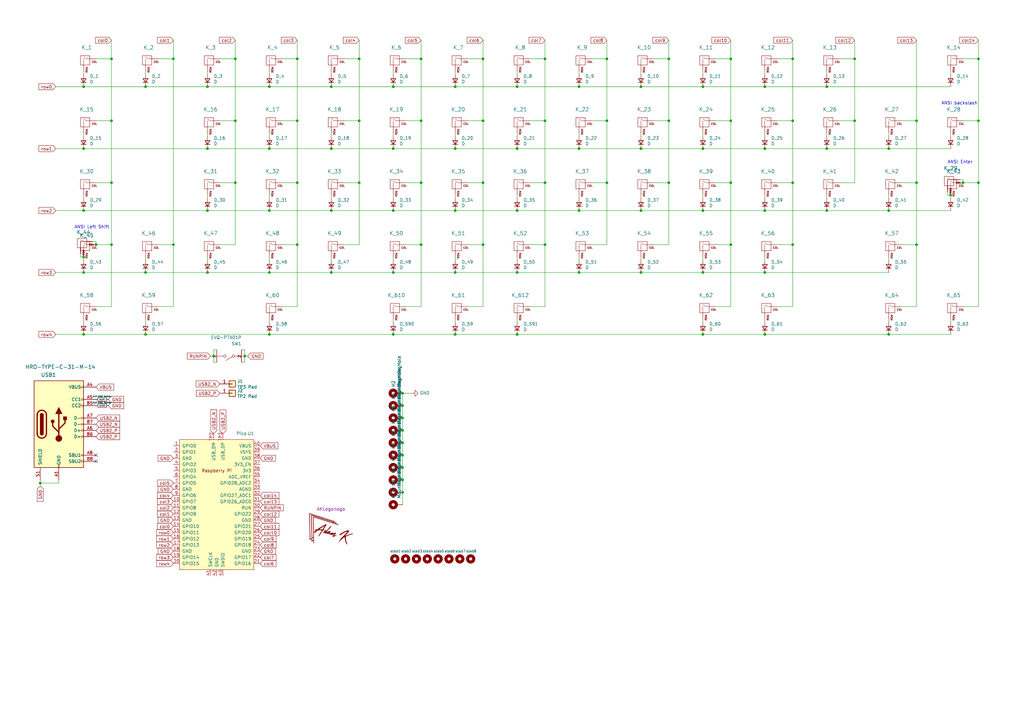
<source format=kicad_sch>
(kicad_sch (version 20211123) (generator eeschema)
  (paper "A3")
  (junction (at 85.09 111.76))
  (junction (at 401.32 74.93))
  (junction (at 299.72 74.93))
  (junction (at 198.12 74.93))
  (junction (at 172.72 49.53))
  (junction (at 198.12 49.53))
  (junction (at 147.32 74.93))
  (junction (at 313.69 86.36))
  (junction (at 165.1 166.37))
  (junction (at 121.92 24.13))
  (junction (at 59.69 35.56))
  (junction (at 375.92 74.93))
  (junction (at 147.32 24.13))
  (junction (at 121.92 49.53))
  (junction (at 339.09 60.96))
  (junction (at 135.89 86.36))
  (junction (at 198.12 100.33))
  (junction (at 161.29 35.56))
  (junction (at 389.89 80.01))
  (junction (at 339.09 86.36))
  (junction (at 350.52 49.53))
  (junction (at 288.29 60.96))
  (junction (at 237.49 35.56))
  (junction (at 212.09 137.16))
  (junction (at 223.52 100.33))
  (junction (at 375.92 49.53))
  (junction (at 401.32 49.53))
  (junction (at 135.89 111.76))
  (junction (at 288.29 35.56))
  (junction (at 96.52 49.53))
  (junction (at 161.29 111.76))
  (junction (at 186.69 35.56))
  (junction (at 248.92 74.93))
  (junction (at 59.69 111.76))
  (junction (at 165.1 196.85))
  (junction (at 45.72 74.93))
  (junction (at 186.69 60.96))
  (junction (at 299.72 49.53))
  (junction (at 212.09 86.36))
  (junction (at 34.29 86.36))
  (junction (at 135.89 60.96))
  (junction (at 165.1 176.53))
  (junction (at 165.1 171.45))
  (junction (at 110.49 60.96))
  (junction (at 165.1 161.29))
  (junction (at 186.69 86.36))
  (junction (at 172.72 74.93))
  (junction (at 198.12 24.13))
  (junction (at 288.29 111.76))
  (junction (at 161.29 137.16))
  (junction (at 248.92 49.53))
  (junction (at 288.29 137.16))
  (junction (at 299.72 24.13))
  (junction (at 299.72 100.33))
  (junction (at 325.12 24.13))
  (junction (at 401.32 24.13))
  (junction (at 71.12 24.13))
  (junction (at 262.89 111.76))
  (junction (at 34.29 137.16))
  (junction (at 110.49 111.76))
  (junction (at 274.32 24.13))
  (junction (at 110.49 35.56))
  (junction (at 100.33 146.05))
  (junction (at 262.89 60.96))
  (junction (at 262.89 86.36))
  (junction (at 71.12 100.33))
  (junction (at 237.49 60.96))
  (junction (at 364.49 137.16))
  (junction (at 87.63 146.05))
  (junction (at 110.49 137.16))
  (junction (at 223.52 24.13))
  (junction (at 34.29 105.41))
  (junction (at 212.09 35.56))
  (junction (at 85.09 86.36))
  (junction (at 212.09 111.76))
  (junction (at 110.49 86.36))
  (junction (at 34.29 35.56))
  (junction (at 96.52 24.13))
  (junction (at 325.12 74.93))
  (junction (at 262.89 35.56))
  (junction (at 16.51 198.12))
  (junction (at 288.29 86.36))
  (junction (at 223.52 74.93))
  (junction (at 325.12 100.33))
  (junction (at 248.92 24.13))
  (junction (at 172.72 24.13))
  (junction (at 161.29 60.96))
  (junction (at 350.52 24.13))
  (junction (at 165.1 186.69))
  (junction (at 364.49 86.36))
  (junction (at 394.97 74.93))
  (junction (at 237.49 86.36))
  (junction (at 186.69 137.16))
  (junction (at 85.09 60.96))
  (junction (at 339.09 35.56))
  (junction (at 45.72 24.13))
  (junction (at 45.72 100.33))
  (junction (at 34.29 60.96))
  (junction (at 223.52 49.53))
  (junction (at 45.72 49.53))
  (junction (at 313.69 111.76))
  (junction (at 364.49 60.96))
  (junction (at 165.1 181.61))
  (junction (at 325.12 49.53))
  (junction (at 274.32 74.93))
  (junction (at 96.52 74.93))
  (junction (at 135.89 35.56))
  (junction (at 237.49 111.76))
  (junction (at 313.69 137.16))
  (junction (at 165.1 201.93))
  (junction (at 121.92 74.93))
  (junction (at 121.92 100.33))
  (junction (at 165.1 191.77))
  (junction (at 313.69 35.56))
  (junction (at 161.29 86.36))
  (junction (at 59.69 137.16))
  (junction (at 172.72 100.33))
  (junction (at 85.09 35.56))
  (junction (at 39.37 100.33))
  (junction (at 375.92 100.33))
  (junction (at 186.69 111.76))
  (junction (at 274.32 49.53))
  (junction (at 212.09 60.96))
  (junction (at 147.32 49.53))
  (junction (at 313.69 60.96))
  (junction (at 34.29 111.76))
  (no_connect (at 39.37 189.23))
  (no_connect (at 39.37 186.69))
  (wire (pts (xy 110.49 29.21) (xy 110.49 30.48)))
  (wire (pts (xy 350.52 24.13) (xy 350.52 49.53)))
  (wire (pts (xy 96.52 100.33) (xy 96.52 74.93)))
  (wire (pts (xy 34.29 105.41) (xy 34.29 106.68)))
  (wire (pts (xy 223.52 74.93) (xy 223.52 49.53)))
  (wire (pts (xy 99.06 143.51) (xy 100.33 143.51)))
  (wire (pts (xy 110.49 35.56) (xy 135.89 35.56)))
  (wire (pts (xy 288.29 111.76) (xy 313.69 111.76)))
  (wire (pts (xy 293.37 74.93) (xy 299.72 74.93)))
  (wire (pts (xy 22.86 137.16) (xy 34.29 137.16)))
  (wire (pts (xy 59.69 105.41) (xy 59.69 106.68)))
  (wire (pts (xy 115.57 24.13) (xy 121.92 24.13)))
  (wire (pts (xy 248.92 74.93) (xy 248.92 49.53)))
  (wire (pts (xy 369.57 100.33) (xy 375.92 100.33)))
  (wire (pts (xy 110.49 86.36) (xy 135.89 86.36)))
  (wire (pts (xy 166.37 125.73) (xy 172.72 125.73)))
  (wire (pts (xy 115.57 49.53) (xy 121.92 49.53)))
  (wire (pts (xy 248.92 100.33) (xy 248.92 74.93)))
  (wire (pts (xy 242.57 100.33) (xy 248.92 100.33)))
  (wire (pts (xy 96.52 24.13) (xy 96.52 49.53)))
  (wire (pts (xy 318.77 49.53) (xy 325.12 49.53)))
  (wire (pts (xy 401.32 24.13) (xy 401.32 49.53)))
  (wire (pts (xy 394.97 125.73) (xy 401.32 125.73)))
  (wire (pts (xy 364.49 86.36) (xy 389.89 86.36)))
  (wire (pts (xy 85.09 54.61) (xy 85.09 55.88)))
  (wire (pts (xy 288.29 35.56) (xy 313.69 35.56)))
  (wire (pts (xy 110.49 54.61) (xy 110.49 55.88)))
  (wire (pts (xy 212.09 60.96) (xy 237.49 60.96)))
  (wire (pts (xy 34.29 35.56) (xy 59.69 35.56)))
  (wire (pts (xy 96.52 16.51) (xy 96.52 24.13)))
  (wire (pts (xy 262.89 54.61) (xy 262.89 55.88)))
  (wire (pts (xy 87.63 146.05) (xy 87.63 143.51)))
  (wire (pts (xy 274.32 24.13) (xy 274.32 49.53)))
  (wire (pts (xy 339.09 80.01) (xy 339.09 81.28)))
  (wire (pts (xy 288.29 60.96) (xy 313.69 60.96)))
  (wire (pts (xy 394.97 73.66) (xy 394.97 74.93)))
  (wire (pts (xy 198.12 125.73) (xy 198.12 100.33)))
  (wire (pts (xy 237.49 105.41) (xy 237.49 106.68)))
  (wire (pts (xy 186.69 54.61) (xy 186.69 55.88)))
  (wire (pts (xy 110.49 80.01) (xy 110.49 81.28)))
  (wire (pts (xy 364.49 105.41) (xy 364.49 106.68)))
  (wire (pts (xy 22.86 35.56) (xy 34.29 35.56)))
  (wire (pts (xy 39.37 100.33) (xy 39.37 99.06)))
  (wire (pts (xy 165.1 191.77) (xy 165.1 186.69)))
  (wire (pts (xy 22.86 60.96) (xy 34.29 60.96)))
  (wire (pts (xy 140.97 74.93) (xy 147.32 74.93)))
  (wire (pts (xy 161.29 54.61) (xy 161.29 55.88)))
  (wire (pts (xy 262.89 105.41) (xy 262.89 106.68)))
  (wire (pts (xy 389.89 80.01) (xy 389.89 81.28)))
  (wire (pts (xy 64.77 24.13) (xy 71.12 24.13)))
  (wire (pts (xy 339.09 86.36) (xy 364.49 86.36)))
  (wire (pts (xy 45.72 100.33) (xy 45.72 74.93)))
  (wire (pts (xy 267.97 74.93) (xy 274.32 74.93)))
  (wire (pts (xy 325.12 74.93) (xy 325.12 49.53)))
  (wire (pts (xy 191.77 49.53) (xy 198.12 49.53)))
  (wire (pts (xy 401.32 16.51) (xy 401.32 24.13)))
  (wire (pts (xy 313.69 137.16) (xy 364.49 137.16)))
  (wire (pts (xy 389.89 80.01) (xy 388.62 80.01)))
  (wire (pts (xy 34.29 137.16) (xy 59.69 137.16)))
  (wire (pts (xy 172.72 24.13) (xy 172.72 49.53)))
  (wire (pts (xy 147.32 24.13) (xy 147.32 49.53)))
  (wire (pts (xy 313.69 130.81) (xy 313.69 132.08)))
  (wire (pts (xy 318.77 100.33) (xy 325.12 100.33)))
  (wire (pts (xy 339.09 54.61) (xy 339.09 55.88)))
  (wire (pts (xy 364.49 80.01) (xy 364.49 81.28)))
  (wire (pts (xy 165.1 161.29) (xy 168.91 161.29)))
  (wire (pts (xy 288.29 29.21) (xy 288.29 30.48)))
  (wire (pts (xy 59.69 35.56) (xy 85.09 35.56)))
  (wire (pts (xy 325.12 100.33) (xy 325.12 74.93)))
  (wire (pts (xy 16.51 198.12) (xy 24.13 198.12)))
  (wire (pts (xy 325.12 16.51) (xy 325.12 24.13)))
  (wire (pts (xy 318.77 24.13) (xy 325.12 24.13)))
  (wire (pts (xy 212.09 54.61) (xy 212.09 55.88)))
  (wire (pts (xy 34.29 111.76) (xy 59.69 111.76)))
  (wire (pts (xy 45.72 125.73) (xy 45.72 100.33)))
  (wire (pts (xy 350.52 74.93) (xy 350.52 49.53)))
  (wire (pts (xy 288.29 54.61) (xy 288.29 55.88)))
  (wire (pts (xy 394.97 24.13) (xy 401.32 24.13)))
  (wire (pts (xy 212.09 111.76) (xy 237.49 111.76)))
  (wire (pts (xy 288.29 137.16) (xy 313.69 137.16)))
  (wire (pts (xy 110.49 105.41) (xy 110.49 106.68)))
  (wire (pts (xy 212.09 105.41) (xy 212.09 106.68)))
  (wire (pts (xy 165.1 166.37) (xy 165.1 161.29)))
  (wire (pts (xy 242.57 49.53) (xy 248.92 49.53)))
  (wire (pts (xy 217.17 74.93) (xy 223.52 74.93)))
  (wire (pts (xy 198.12 24.13) (xy 198.12 49.53)))
  (wire (pts (xy 212.09 29.21) (xy 212.09 30.48)))
  (wire (pts (xy 121.92 24.13) (xy 121.92 49.53)))
  (wire (pts (xy 87.63 146.05) (xy 87.63 148.59)))
  (wire (pts (xy 267.97 49.53) (xy 274.32 49.53)))
  (wire (pts (xy 339.09 35.56) (xy 389.89 35.56)))
  (wire (pts (xy 39.37 24.13) (xy 45.72 24.13)))
  (wire (pts (xy 140.97 24.13) (xy 147.32 24.13)))
  (wire (pts (xy 85.09 60.96) (xy 110.49 60.96)))
  (wire (pts (xy 147.32 100.33) (xy 147.32 74.93)))
  (wire (pts (xy 39.37 100.33) (xy 45.72 100.33)))
  (wire (pts (xy 237.49 86.36) (xy 262.89 86.36)))
  (wire (pts (xy 135.89 111.76) (xy 161.29 111.76)))
  (wire (pts (xy 242.57 74.93) (xy 248.92 74.93)))
  (wire (pts (xy 299.72 24.13) (xy 299.72 49.53)))
  (wire (pts (xy 369.57 49.53) (xy 375.92 49.53)))
  (wire (pts (xy 389.89 54.61) (xy 389.89 55.88)))
  (wire (pts (xy 16.51 198.12) (xy 16.51 196.85)))
  (wire (pts (xy 135.89 29.21) (xy 135.89 30.48)))
  (wire (pts (xy 313.69 29.21) (xy 313.69 30.48)))
  (wire (pts (xy 85.09 86.36) (xy 110.49 86.36)))
  (wire (pts (xy 121.92 125.73) (xy 121.92 100.33)))
  (wire (pts (xy 267.97 100.33) (xy 274.32 100.33)))
  (wire (pts (xy 288.29 86.36) (xy 313.69 86.36)))
  (wire (pts (xy 325.12 125.73) (xy 325.12 100.33)))
  (wire (pts (xy 274.32 74.93) (xy 274.32 49.53)))
  (wire (pts (xy 274.32 16.51) (xy 274.32 24.13)))
  (wire (pts (xy 165.1 186.69) (xy 165.1 181.61)))
  (wire (pts (xy 110.49 137.16) (xy 161.29 137.16)))
  (wire (pts (xy 90.17 100.33) (xy 96.52 100.33)))
  (wire (pts (xy 121.92 100.33) (xy 121.92 74.93)))
  (wire (pts (xy 161.29 29.21) (xy 161.29 30.48)))
  (wire (pts (xy 299.72 16.51) (xy 299.72 24.13)))
  (wire (pts (xy 242.57 24.13) (xy 248.92 24.13)))
  (wire (pts (xy 34.29 130.81) (xy 34.29 132.08)))
  (wire (pts (xy 186.69 80.01) (xy 186.69 81.28)))
  (wire (pts (xy 24.13 198.12) (xy 24.13 196.85)))
  (wire (pts (xy 313.69 54.61) (xy 313.69 55.88)))
  (wire (pts (xy 165.1 176.53) (xy 165.1 171.45)))
  (wire (pts (xy 293.37 24.13) (xy 299.72 24.13)))
  (wire (pts (xy 237.49 35.56) (xy 262.89 35.56)))
  (wire (pts (xy 393.7 73.66) (xy 394.97 73.66)))
  (wire (pts (xy 186.69 86.36) (xy 212.09 86.36)))
  (wire (pts (xy 101.6 146.05) (xy 100.33 146.05)))
  (wire (pts (xy 191.77 24.13) (xy 198.12 24.13)))
  (wire (pts (xy 161.29 60.96) (xy 186.69 60.96)))
  (wire (pts (xy 135.89 54.61) (xy 135.89 55.88)))
  (wire (pts (xy 262.89 29.21) (xy 262.89 30.48)))
  (wire (pts (xy 166.37 24.13) (xy 172.72 24.13)))
  (wire (pts (xy 293.37 125.73) (xy 299.72 125.73)))
  (wire (pts (xy 147.32 74.93) (xy 147.32 49.53)))
  (wire (pts (xy 248.92 24.13) (xy 248.92 49.53)))
  (wire (pts (xy 100.33 146.05) (xy 100.33 148.59)))
  (wire (pts (xy 39.37 49.53) (xy 45.72 49.53)))
  (wire (pts (xy 237.49 29.21) (xy 237.49 30.48)))
  (wire (pts (xy 140.97 100.33) (xy 147.32 100.33)))
  (wire (pts (xy 147.32 16.51) (xy 147.32 24.13)))
  (wire (pts (xy 394.97 74.93) (xy 401.32 74.93)))
  (wire (pts (xy 161.29 132.08) (xy 161.29 130.81)))
  (wire (pts (xy 318.77 74.93) (xy 325.12 74.93)))
  (wire (pts (xy 135.89 86.36) (xy 161.29 86.36)))
  (wire (pts (xy 262.89 60.96) (xy 288.29 60.96)))
  (wire (pts (xy 85.09 80.01) (xy 85.09 81.28)))
  (wire (pts (xy 64.77 100.33) (xy 71.12 100.33)))
  (wire (pts (xy 191.77 100.33) (xy 198.12 100.33)))
  (wire (pts (xy 34.29 60.96) (xy 85.09 60.96)))
  (wire (pts (xy 375.92 16.51) (xy 375.92 49.53)))
  (wire (pts (xy 223.52 125.73) (xy 223.52 100.33)))
  (wire (pts (xy 313.69 35.56) (xy 339.09 35.56)))
  (wire (pts (xy 34.29 29.21) (xy 34.29 30.48)))
  (wire (pts (xy 191.77 74.93) (xy 198.12 74.93)))
  (wire (pts (xy 34.29 80.01) (xy 34.29 81.28)))
  (wire (pts (xy 110.49 111.76) (xy 135.89 111.76)))
  (wire (pts (xy 375.92 74.93) (xy 375.92 49.53)))
  (wire (pts (xy 344.17 74.93) (xy 350.52 74.93)))
  (wire (pts (xy 212.09 86.36) (xy 237.49 86.36)))
  (wire (pts (xy 198.12 100.33) (xy 198.12 74.93)))
  (wire (pts (xy 212.09 35.56) (xy 237.49 35.56)))
  (wire (pts (xy 186.69 105.41) (xy 186.69 106.68)))
  (wire (pts (xy 186.69 60.96) (xy 212.09 60.96)))
  (wire (pts (xy 59.69 29.21) (xy 59.69 30.48)))
  (wire (pts (xy 85.09 35.56) (xy 110.49 35.56)))
  (wire (pts (xy 90.17 24.13) (xy 96.52 24.13)))
  (wire (pts (xy 191.77 125.73) (xy 198.12 125.73)))
  (wire (pts (xy 96.52 74.93) (xy 96.52 49.53)))
  (wire (pts (xy 262.89 111.76) (xy 288.29 111.76)))
  (wire (pts (xy 90.17 49.53) (xy 96.52 49.53)))
  (wire (pts (xy 115.57 74.93) (xy 121.92 74.93)))
  (wire (pts (xy 166.37 100.33) (xy 172.72 100.33)))
  (wire (pts (xy 161.29 86.36) (xy 186.69 86.36)))
  (wire (pts (xy 85.09 29.21) (xy 85.09 30.48)))
  (wire (pts (xy 140.97 49.53) (xy 147.32 49.53)))
  (wire (pts (xy 39.37 125.73) (xy 45.72 125.73)))
  (wire (pts (xy 33.02 105.41) (xy 33.02 104.14)))
  (wire (pts (xy 100.33 143.51) (xy 100.33 146.05)))
  (wire (pts (xy 369.57 125.73) (xy 375.92 125.73)))
  (wire (pts (xy 223.52 16.51) (xy 223.52 24.13)))
  (wire (pts (xy 339.09 29.21) (xy 339.09 30.48)))
  (wire (pts (xy 71.12 125.73) (xy 71.12 100.33)))
  (wire (pts (xy 394.97 49.53) (xy 401.32 49.53)))
  (wire (pts (xy 45.72 74.93) (xy 45.72 49.53)))
  (wire (pts (xy 262.89 86.36) (xy 288.29 86.36)))
  (wire (pts (xy 325.12 24.13) (xy 325.12 49.53)))
  (wire (pts (xy 34.29 54.61) (xy 34.29 55.88)))
  (wire (pts (xy 135.89 60.96) (xy 161.29 60.96)))
  (wire (pts (xy 364.49 60.96) (xy 389.89 60.96)))
  (wire (pts (xy 364.49 54.61) (xy 364.49 55.88)))
  (wire (pts (xy 165.1 171.45) (xy 165.1 166.37)))
  (wire (pts (xy 223.52 24.13) (xy 223.52 49.53)))
  (wire (pts (xy 313.69 60.96) (xy 339.09 60.96)))
  (wire (pts (xy 85.09 105.41) (xy 85.09 106.68)))
  (wire (pts (xy 86.36 146.05) (xy 87.63 146.05)))
  (wire (pts (xy 172.72 125.73) (xy 172.72 100.33)))
  (wire (pts (xy 135.89 105.41) (xy 135.89 106.68)))
  (wire (pts (xy 110.49 60.96) (xy 135.89 60.96)))
  (wire (pts (xy 223.52 100.33) (xy 223.52 74.93)))
  (wire (pts (xy 135.89 80.01) (xy 135.89 81.28)))
  (wire (pts (xy 186.69 29.21) (xy 186.69 30.48)))
  (wire (pts (xy 288.29 130.81) (xy 288.29 132.08)))
  (wire (pts (xy 39.37 74.93) (xy 45.72 74.93)))
  (wire (pts (xy 344.17 24.13) (xy 350.52 24.13)))
  (wire (pts (xy 34.29 86.36) (xy 85.09 86.36)))
  (wire (pts (xy 198.12 16.51) (xy 198.12 24.13)))
  (wire (pts (xy 237.49 80.01) (xy 237.49 81.28)))
  (wire (pts (xy 313.69 111.76) (xy 364.49 111.76)))
  (wire (pts (xy 39.37 99.06) (xy 38.1 99.06)))
  (wire (pts (xy 172.72 74.93) (xy 172.72 49.53)))
  (wire (pts (xy 99.06 148.59) (xy 100.33 148.59)))
  (wire (pts (xy 237.49 54.61) (xy 237.49 55.88)))
  (wire (pts (xy 161.29 35.56) (xy 186.69 35.56)))
  (wire (pts (xy 389.89 29.21) (xy 389.89 30.48)))
  (wire (pts (xy 212.09 137.16) (xy 288.29 137.16)))
  (wire (pts (xy 165.1 196.85) (xy 165.1 191.77)))
  (wire (pts (xy 217.17 125.73) (xy 223.52 125.73)))
  (wire (pts (xy 115.57 100.33) (xy 121.92 100.33)))
  (wire (pts (xy 172.72 100.33) (xy 172.72 74.93)))
  (wire (pts (xy 344.17 49.53) (xy 350.52 49.53)))
  (wire (pts (xy 22.86 86.36) (xy 34.29 86.36)))
  (wire (pts (xy 165.1 201.93) (xy 165.1 196.85)))
  (wire (pts (xy 64.77 125.73) (xy 71.12 125.73)))
  (wire (pts (xy 212.09 80.01) (xy 212.09 81.28)))
  (wire (pts (xy 166.37 49.53) (xy 172.72 49.53)))
  (wire (pts (xy 313.69 86.36) (xy 339.09 86.36)))
  (wire (pts (xy 299.72 125.73) (xy 299.72 100.33)))
  (wire (pts (xy 299.72 100.33) (xy 299.72 74.93)))
  (wire (pts (xy 262.89 80.01) (xy 262.89 81.28)))
  (wire (pts (xy 217.17 100.33) (xy 223.52 100.33)))
  (wire (pts (xy 198.12 74.93) (xy 198.12 49.53)))
  (wire (pts (xy 293.37 49.53) (xy 299.72 49.53)))
  (wire (pts (xy 34.29 105.41) (xy 33.02 105.41)))
  (wire (pts (xy 262.89 35.56) (xy 288.29 35.56)))
  (wire (pts (xy 364.49 130.81) (xy 364.49 132.08)))
  (wire (pts (xy 45.72 16.51) (xy 45.72 24.13)))
  (wire (pts (xy 313.69 80.01) (xy 313.69 81.28)))
  (wire (pts (xy 165.1 207.01) (xy 165.1 201.93)))
  (wire (pts (xy 237.49 60.96) (xy 262.89 60.96)))
  (wire (pts (xy 212.09 132.08) (xy 212.09 130.81)))
  (wire (pts (xy 135.89 35.56) (xy 161.29 35.56)))
  (wire (pts (xy 121.92 74.93) (xy 121.92 49.53)))
  (wire (pts (xy 45.72 24.13) (xy 45.72 49.53)))
  (wire (pts (xy 85.09 111.76) (xy 110.49 111.76)))
  (wire (pts (xy 166.37 74.93) (xy 172.72 74.93)))
  (wire (pts (xy 22.86 111.76) (xy 34.29 111.76)))
  (wire (pts (xy 186.69 130.81) (xy 186.69 132.08)))
  (wire (pts (xy 161.29 80.01) (xy 161.29 81.28)))
  (wire (pts (xy 237.49 111.76) (xy 262.89 111.76)))
  (wire (pts (xy 318.77 125.73) (xy 325.12 125.73)))
  (wire (pts (xy 293.37 100.33) (xy 299.72 100.33)))
  (wire (pts (xy 16.51 199.39) (xy 16.51 198.12)))
  (wire (pts (xy 288.29 105.41) (xy 288.29 106.68)))
  (wire (pts (xy 350.52 16.51) (xy 350.52 24.13)))
  (wire (pts (xy 388.62 80.01) (xy 388.62 78.74)))
  (wire (pts (xy 87.63 148.59) (xy 88.9 148.59)))
  (wire (pts (xy 299.72 74.93) (xy 299.72 49.53)))
  (wire (pts (xy 165.1 181.61) (xy 165.1 176.53)))
  (wire (pts (xy 339.09 60.96) (xy 364.49 60.96)))
  (wire (pts (xy 59.69 111.76) (xy 85.09 111.76)))
  (wire (pts (xy 401.32 125.73) (xy 401.32 74.93)))
  (wire (pts (xy 364.49 137.16) (xy 389.89 137.16)))
  (wire (pts (xy 186.69 35.56) (xy 212.09 35.56)))
  (wire (pts (xy 115.57 125.73) (xy 121.92 125.73)))
  (wire (pts (xy 389.89 130.81) (xy 389.89 132.08)))
  (wire (pts (xy 161.29 105.41) (xy 161.29 106.68)))
  (wire (pts (xy 186.69 137.16) (xy 212.09 137.16)))
  (wire (pts (xy 172.72 16.51) (xy 172.72 24.13)))
  (wire (pts (xy 313.69 105.41) (xy 313.69 106.68)))
  (wire (pts (xy 375.92 100.33) (xy 375.92 74.93)))
  (wire (pts (xy 71.12 16.51) (xy 71.12 24.13)))
  (wire (pts (xy 110.49 130.81) (xy 110.49 132.08)))
  (wire (pts (xy 401.32 49.53) (xy 401.32 74.93)))
  (wire (pts (xy 59.69 130.81) (xy 59.69 132.08)))
  (wire (pts (xy 90.17 74.93) (xy 96.52 74.93)))
  (wire (pts (xy 217.17 24.13) (xy 223.52 24.13)))
  (wire (pts (xy 375.92 125.73) (xy 375.92 100.33)))
  (wire (pts (xy 369.57 74.93) (xy 375.92 74.93)))
  (wire (pts (xy 186.69 111.76) (xy 212.09 111.76)))
  (wire (pts (xy 274.32 100.33) (xy 274.32 74.93)))
  (wire (pts (xy 121.92 16.51) (xy 121.92 24.13)))
  (wire (pts (xy 248.92 16.51) (xy 248.92 24.13)))
  (wire (pts (xy 161.29 111.76) (xy 186.69 111.76)))
  (wire (pts (xy 288.29 80.01) (xy 288.29 81.28)))
  (wire (pts (xy 87.63 143.51) (xy 88.9 143.51)))
  (wire (pts (xy 71.12 24.13) (xy 71.12 100.33)))
  (wire (pts (xy 59.69 137.16) (xy 110.49 137.16)))
  (wire (pts (xy 161.29 137.16) (xy 186.69 137.16)))
  (wire (pts (xy 267.97 24.13) (xy 274.32 24.13)))
  (wire (pts (xy 217.17 49.53) (xy 223.52 49.53)))
  (text "ANSI Left Shift" (at 30.48 93.98 0) (effects (font (size 1.27 1.27)) (justify left bottom)))
  (text "ANSI backslash" (at 386.08 43.18 0) (effects (font (size 1.27 1.27)) (justify left bottom)))
  (text "ANSI Enter" (at 388.62 67.31 0) (effects (font (size 1.27 1.27)) (justify left bottom)))
  (global_label "col1" (shape input) (at 71.12 16.51 180) (property "Intersheet References" "${INTERSHEET_REFS}" (effects hide)))
  (global_label "col2" (shape input) (at 71.12 208.28 180) (property "Intersheet References" "${INTERSHEET_REFS}" (effects hide)))
  (global_label "row3" (shape input) (at 71.12 228.6 180) (property "Intersheet References" "${INTERSHEET_REFS}" (effects hide)))
  (global_label "col13" (shape input) (at 375.92 16.51 180) (property "Intersheet References" "${INTERSHEET_REFS}" (effects hide)))
  (global_label "col12" (shape input) (at 106.68 210.82 0) (property "Intersheet References" "${INTERSHEET_REFS}" (effects hide)))
  (global_label "GND" (shape input) (at 44.45 166.37 0) (property "Intersheet References" "${INTERSHEET_REFS}" (effects hide)))
  (global_label "col4" (shape input) (at 71.12 203.2 180) (property "Intersheet References" "${INTERSHEET_REFS}" (effects hide)))
  (global_label "USB2_P" (shape input) (at 39.37 179.07 0) (property "Intersheet References" "${INTERSHEET_REFS}" (effects hide)))
  (global_label "col9" (shape input) (at 274.32 16.51 180) (property "Intersheet References" "${INTERSHEET_REFS}" (effects hide)))
  (global_label "RUNPIN" (shape input) (at 106.68 208.28 0) (property "Intersheet References" "${INTERSHEET_REFS}" (effects hide)))
  (global_label "row2" (shape input) (at 22.86 86.36 180) (property "Intersheet References" "${INTERSHEET_REFS}" (effects hide)))
  (global_label "row2" (shape input) (at 71.12 223.52 180) (property "Intersheet References" "${INTERSHEET_REFS}" (effects hide)))
  (global_label "col8" (shape input) (at 106.68 223.52 0) (property "Intersheet References" "${INTERSHEET_REFS}" (effects hide)))
  (global_label "RUNPIN" (shape input) (at 86.36 146.05 180) (property "Intersheet References" "${INTERSHEET_REFS}" (effects hide)))
  (global_label "col6" (shape input) (at 106.68 231.14 0) (property "Intersheet References" "${INTERSHEET_REFS}" (effects hide)))
  (global_label "GND" (shape input) (at 44.45 163.83 0) (property "Intersheet References" "${INTERSHEET_REFS}" (effects hide)))
  (global_label "col5" (shape input) (at 172.72 16.51 180) (property "Intersheet References" "${INTERSHEET_REFS}" (effects hide)))
  (global_label "row0" (shape input) (at 22.86 35.56 180) (property "Intersheet References" "${INTERSHEET_REFS}" (effects hide)))
  (global_label "USB2_N" (shape input) (at 39.37 171.45 0) (property "Intersheet References" "${INTERSHEET_REFS}" (effects hide)))
  (global_label "col10" (shape input) (at 299.72 16.51 180) (property "Intersheet References" "${INTERSHEET_REFS}" (effects hide)))
  (global_label "GND" (shape input) (at 71.12 187.96 180) (property "Intersheet References" "${INTERSHEET_REFS}" (effects hide)))
  (global_label "row3" (shape input) (at 22.86 111.76 180) (property "Intersheet References" "${INTERSHEET_REFS}" (effects hide)))
  (global_label "row1" (shape input) (at 71.12 220.98 180) (property "Intersheet References" "${INTERSHEET_REFS}" (effects hide)))
  (global_label "col9" (shape input) (at 106.68 220.98 0) (property "Intersheet References" "${INTERSHEET_REFS}" (effects hide)))
  (global_label "GND" (shape input) (at 101.6 146.05 0) (property "Intersheet References" "${INTERSHEET_REFS}" (effects hide)))
  (global_label "row4" (shape input) (at 22.86 137.16 180) (property "Intersheet References" "${INTERSHEET_REFS}" (effects hide)))
  (global_label "row4" (shape input) (at 71.12 231.14 180) (property "Intersheet References" "${INTERSHEET_REFS}" (effects hide)))
  (global_label "col4" (shape input) (at 147.32 16.51 180) (property "Intersheet References" "${INTERSHEET_REFS}" (effects hide)))
  (global_label "col10" (shape input) (at 106.68 218.44 0) (property "Intersheet References" "${INTERSHEET_REFS}" (effects hide)))
  (global_label "GND" (shape input) (at 106.68 187.96 0) (property "Intersheet References" "${INTERSHEET_REFS}" (effects hide)))
  (global_label "col11" (shape input) (at 325.12 16.51 180) (property "Intersheet References" "${INTERSHEET_REFS}" (effects hide)))
  (global_label "VBUS" (shape input) (at 39.37 158.75 0) (property "Intersheet References" "${INTERSHEET_REFS}" (effects hide)))
  (global_label "col7" (shape input) (at 223.52 16.51 180) (property "Intersheet References" "${INTERSHEET_REFS}" (effects hide)))
  (global_label "col12" (shape input) (at 350.52 16.51 180) (property "Intersheet References" "${INTERSHEET_REFS}" (effects hide)))
  (global_label "col3" (shape input) (at 71.12 205.74 180) (property "Intersheet References" "${INTERSHEET_REFS}" (effects hide)))
  (global_label "GND" (shape input) (at 106.68 213.36 0) (property "Intersheet References" "${INTERSHEET_REFS}" (effects hide)))
  (global_label "col14" (shape input) (at 106.68 203.2 0) (property "Intersheet References" "${INTERSHEET_REFS}" (effects hide)))
  (global_label "row0" (shape input) (at 71.12 218.44 180) (property "Intersheet References" "${INTERSHEET_REFS}" (effects hide)))
  (global_label "USB2_P" (shape input) (at 90.17 161.29 180) (property "Intersheet References" "${INTERSHEET_REFS}" (effects hide)))
  (global_label "GND" (shape input) (at 71.12 213.36 180) (property "Intersheet References" "${INTERSHEET_REFS}" (effects hide)))
  (global_label "USB2_P" (shape input) (at 91.44 177.8 90) (property "Intersheet References" "${INTERSHEET_REFS}" (effects hide)))
  (global_label "GND" (shape input) (at 71.12 200.66 180) (property "Intersheet References" "${INTERSHEET_REFS}" (effects hide)))
  (global_label "GND" (shape input) (at 71.12 226.06 180) (property "Intersheet References" "${INTERSHEET_REFS}" (effects hide)))
  (global_label "GND" (shape input) (at 106.68 226.06 0) (property "Intersheet References" "${INTERSHEET_REFS}" (effects hide)))
  (global_label "USB2_N" (shape input) (at 39.37 173.99 0) (property "Intersheet References" "${INTERSHEET_REFS}" (effects hide)))
  (global_label "USB2_N" (shape input) (at 90.17 157.48 180) (property "Intersheet References" "${INTERSHEET_REFS}" (effects hide)))
  (global_label "col5" (shape input) (at 71.12 198.12 180) (property "Intersheet References" "${INTERSHEET_REFS}" (effects hide)))
  (global_label "col0" (shape input) (at 71.12 215.9 180) (property "Intersheet References" "${INTERSHEET_REFS}" (effects hide)))
  (global_label "col3" (shape input) (at 121.92 16.51 180) (property "Intersheet References" "${INTERSHEET_REFS}" (effects hide)))
  (global_label "col7" (shape input) (at 106.68 228.6 0) (property "Intersheet References" "${INTERSHEET_REFS}" (effects hide)))
  (global_label "col13" (shape input) (at 106.68 205.74 0) (property "Intersheet References" "${INTERSHEET_REFS}" (effects hide)))
  (global_label "col1" (shape input) (at 71.12 210.82 180) (property "Intersheet References" "${INTERSHEET_REFS}" (effects hide)))
  (global_label "col6" (shape input) (at 198.12 16.51 180) (property "Intersheet References" "${INTERSHEET_REFS}" (effects hide)))
  (global_label "row1" (shape input) (at 22.86 60.96 180) (property "Intersheet References" "${INTERSHEET_REFS}" (effects hide)))
  (global_label "col0" (shape input) (at 45.72 16.51 180) (property "Intersheet References" "${INTERSHEET_REFS}" (effects hide)))
  (global_label "col2" (shape input) (at 96.52 16.51 180) (property "Intersheet References" "${INTERSHEET_REFS}" (effects hide)))
  (global_label "col11" (shape input) (at 106.68 215.9 0) (property "Intersheet References" "${INTERSHEET_REFS}" (effects hide)))
  (global_label "USB2_P" (shape input) (at 39.37 176.53 0) (property "Intersheet References" "${INTERSHEET_REFS}" (effects hide)))
  (global_label "USB2_N" (shape input) (at 87.63 177.8 90) (property "Intersheet References" "${INTERSHEET_REFS}" (effects hide)))
  (global_label "col8" (shape input) (at 248.92 16.51 180) (property "Intersheet References" "${INTERSHEET_REFS}" (effects hide)))
  (global_label "VBUS" (shape input) (at 106.68 182.88 0) (property "Intersheet References" "${INTERSHEET_REFS}" (effects hide)))
  (global_label "GND" (shape input) (at 16.51 199.39 270) (property "Intersheet References" "${INTERSHEET_REFS}" (effects hide)))
  (global_label "col14" (shape input) (at 401.32 16.51 180) (property "Intersheet References" "${INTERSHEET_REFS}" (effects hide)))
  (symbol (lib_id "MX_Alps_Hybrid:MX-NoLED") (at 35.56 25.4 0) (unit 1)
    (property "Reference" "K_1" (at 35.56 19.4818 0) (effects (font (size 1.524 1.524))))
    (property "Value" "KEYSW" (effects hide))
    (property "Footprint" "MX_Only:MXOnly-1U-NoLED" (effects hide))
  )
  (symbol (lib_id "Device:D_Small") (at 59.69 33.02 90) (unit 1)
    (property "Reference" "D_2" (at 62.23 31.242 90) (effects (justify right)))
    (property "Value" "D" (at 62.23 33.528 90) (effects (justify right)))
    (property "Footprint" "Diode_THT:D_DO-35_SOD27_P7.62mm_Horizontal" (effects hide))
  )
  (symbol (lib_id "MX_Alps_Hybrid:MX-NoLED") (at 60.96 25.4 0) (unit 1)
    (property "Reference" "K_2" (at 60.96 19.4818 0) (effects (font (size 1.524 1.524))))
    (property "Value" "KEYSW" (effects hide))
    (property "Footprint" "MX_Only:MXOnly-1U-NoLED" (effects hide))
  )
  (symbol (lib_id "Device:D_Small") (at 85.09 33.02 90) (unit 1)
    (property "Reference" "D_3" (at 87.63 31.242 90) (effects (justify right)))
    (property "Value" "D" (at 87.63 33.528 90) (effects (justify right)))
    (property "Footprint" "Diode_THT:D_DO-35_SOD27_P7.62mm_Horizontal" (effects hide))
  )
  (symbol (lib_id "MX_Alps_Hybrid:MX-NoLED") (at 86.36 25.4 0) (unit 1)
    (property "Reference" "K_3" (at 86.36 19.4818 0) (effects (font (size 1.524 1.524))))
    (property "Value" "KEYSW" (effects hide))
    (property "Footprint" "MX_Only:MXOnly-1U-NoLED" (effects hide))
  )
  (symbol (lib_id "Device:D_Small") (at 110.49 33.02 90) (unit 1)
    (property "Reference" "D_4" (at 113.03 31.242 90) (effects (justify right)))
    (property "Value" "D" (at 113.03 33.528 90) (effects (justify right)))
    (property "Footprint" "Diode_THT:D_DO-35_SOD27_P7.62mm_Horizontal" (effects hide))
  )
  (symbol (lib_id "MX_Alps_Hybrid:MX-NoLED") (at 111.76 25.4 0) (unit 1)
    (property "Reference" "K_4" (at 111.76 19.4818 0) (effects (font (size 1.524 1.524))))
    (property "Value" "KEYSW" (effects hide))
    (property "Footprint" "MX_Only:MXOnly-1U-NoLED" (effects hide))
  )
  (symbol (lib_id "Device:D_Small") (at 135.89 33.02 90) (unit 1)
    (property "Reference" "D_5" (at 138.43 31.242 90) (effects (justify right)))
    (property "Value" "D" (at 138.43 33.528 90) (effects (justify right)))
    (property "Footprint" "Diode_THT:D_DO-35_SOD27_P7.62mm_Horizontal" (effects hide))
  )
  (symbol (lib_id "MX_Alps_Hybrid:MX-NoLED") (at 137.16 25.4 0) (unit 1)
    (property "Reference" "K_5" (at 137.16 19.4818 0) (effects (font (size 1.524 1.524))))
    (property "Value" "KEYSW" (effects hide))
    (property "Footprint" "MX_Only:MXOnly-1U-NoLED" (effects hide))
  )
  (symbol (lib_id "Device:D_Small") (at 161.29 33.02 90) (unit 1)
    (property "Reference" "D_6" (at 163.83 31.242 90) (effects (justify right)))
    (property "Value" "D" (at 163.83 33.528 90) (effects (justify right)))
    (property "Footprint" "Diode_THT:D_DO-35_SOD27_P7.62mm_Horizontal" (effects hide))
  )
  (symbol (lib_id "MX_Alps_Hybrid:MX-NoLED") (at 162.56 25.4 0) (unit 1)
    (property "Reference" "K_6" (at 162.56 19.4818 0) (effects (font (size 1.524 1.524))))
    (property "Value" "KEYSW" (effects hide))
    (property "Footprint" "MX_Only:MXOnly-1U-NoLED" (effects hide))
  )
  (symbol (lib_id "Device:D_Small") (at 186.69 33.02 90) (unit 1)
    (property "Reference" "D_7" (at 189.23 31.242 90) (effects (justify right)))
    (property "Value" "D" (at 189.23 33.528 90) (effects (justify right)))
    (property "Footprint" "Diode_THT:D_DO-35_SOD27_P7.62mm_Horizontal" (effects hide))
  )
  (symbol (lib_id "MX_Alps_Hybrid:MX-NoLED") (at 187.96 25.4 0) (unit 1)
    (property "Reference" "K_7" (at 187.96 19.4818 0) (effects (font (size 1.524 1.524))))
    (property "Value" "KEYSW" (effects hide))
    (property "Footprint" "MX_Only:MXOnly-1U-NoLED" (effects hide))
  )
  (symbol (lib_id "Device:D_Small") (at 212.09 33.02 90) (unit 1)
    (property "Reference" "D_8" (at 214.63 31.242 90) (effects (justify right)))
    (property "Value" "D" (at 214.63 33.528 90) (effects (justify right)))
    (property "Footprint" "Diode_THT:D_DO-35_SOD27_P7.62mm_Horizontal" (effects hide))
  )
  (symbol (lib_id "MX_Alps_Hybrid:MX-NoLED") (at 213.36 25.4 0) (unit 1)
    (property "Reference" "K_8" (at 213.36 19.4818 0) (effects (font (size 1.524 1.524))))
    (property "Value" "KEYSW" (effects hide))
    (property "Footprint" "MX_Only:MXOnly-1U-NoLED" (effects hide))
  )
  (symbol (lib_id "Device:D_Small") (at 237.49 33.02 90) (unit 1)
    (property "Reference" "D_9" (at 240.03 31.242 90) (effects (justify right)))
    (property "Value" "D" (at 240.03 33.528 90) (effects (justify right)))
    (property "Footprint" "Diode_THT:D_DO-35_SOD27_P7.62mm_Horizontal" (effects hide))
  )
  (symbol (lib_id "MX_Alps_Hybrid:MX-NoLED") (at 238.76 25.4 0) (unit 1)
    (property "Reference" "K_9" (at 238.76 19.4818 0) (effects (font (size 1.524 1.524))))
    (property "Value" "KEYSW" (effects hide))
    (property "Footprint" "MX_Only:MXOnly-1U-NoLED" (effects hide))
  )
  (symbol (lib_id "Device:D_Small") (at 262.89 33.02 90) (unit 1)
    (property "Reference" "D_10" (at 265.43 31.242 90) (effects (justify right)))
    (property "Value" "D" (at 265.43 33.528 90) (effects (justify right)))
    (property "Footprint" "Diode_THT:D_DO-35_SOD27_P7.62mm_Horizontal" (effects hide))
  )
  (symbol (lib_id "MX_Alps_Hybrid:MX-NoLED") (at 264.16 25.4 0) (unit 1)
    (property "Reference" "K_10" (at 264.16 19.4818 0) (effects (font (size 1.524 1.524))))
    (property "Value" "KEYSW" (effects hide))
    (property "Footprint" "MX_Only:MXOnly-1U-NoLED" (effects hide))
  )
  (symbol (lib_id "Device:D_Small") (at 288.29 33.02 90) (unit 1)
    (property "Reference" "D_11" (at 290.83 31.242 90) (effects (justify right)))
    (property "Value" "D" (at 290.83 33.528 90) (effects (justify right)))
    (property "Footprint" "Diode_THT:D_DO-35_SOD27_P7.62mm_Horizontal" (effects hide))
  )
  (symbol (lib_id "MX_Alps_Hybrid:MX-NoLED") (at 289.56 25.4 0) (unit 1)
    (property "Reference" "K_11" (at 289.56 19.4818 0) (effects (font (size 1.524 1.524))))
    (property "Value" "KEYSW" (effects hide))
    (property "Footprint" "MX_Only:MXOnly-1U-NoLED" (effects hide))
  )
  (symbol (lib_id "Device:D_Small") (at 313.69 33.02 90) (unit 1)
    (property "Reference" "D_12" (at 316.23 31.242 90) (effects (justify right)))
    (property "Value" "D" (at 316.23 33.528 90) (effects (justify right)))
    (property "Footprint" "Diode_THT:D_DO-35_SOD27_P7.62mm_Horizontal" (effects hide))
  )
  (symbol (lib_id "MX_Alps_Hybrid:MX-NoLED") (at 314.96 25.4 0) (unit 1)
    (property "Reference" "K_12" (at 314.96 19.4818 0) (effects (font (size 1.524 1.524))))
    (property "Value" "KEYSW" (effects hide))
    (property "Footprint" "MX_Only:MXOnly-1U-NoLED" (effects hide))
  )
  (symbol (lib_id "Device:D_Small") (at 339.09 33.02 90) (unit 1)
    (property "Reference" "D_13" (at 341.63 31.242 90) (effects (justify right)))
    (property "Value" "D" (at 341.63 33.528 90) (effects (justify right)))
    (property "Footprint" "Diode_THT:D_DO-35_SOD27_P7.62mm_Horizontal" (effects hide))
  )
  (symbol (lib_id "MX_Alps_Hybrid:MX-NoLED") (at 340.36 25.4 0) (unit 1)
    (property "Reference" "K_13" (at 340.36 19.4818 0) (effects (font (size 1.524 1.524))))
    (property "Value" "KEYSW" (effects hide))
    (property "Footprint" "MX_Only:MXOnly-1U-NoLED" (effects hide))
  )
  (symbol (lib_id "Device:D_Small") (at 389.89 33.02 90) (unit 1)
    (property "Reference" "D_14" (at 392.43 31.242 90) (effects (justify right)))
    (property "Value" "D" (at 392.43 33.528 90) (effects (justify right)))
    (property "Footprint" "Diode_THT:D_DO-35_SOD27_P7.62mm_Horizontal" (effects hide))
  )
  (symbol (lib_id "MX_Alps_Hybrid:MX-NoLED") (at 391.16 25.4 0) (unit 1)
    (property "Reference" "K_14" (at 391.16 19.4818 0) (effects (font (size 1.524 1.524))))
    (property "Value" "KEYSW" (effects hide))
    (property "Footprint" "MX_Only:MXOnly-1U-NoLED" (effects hide))
  )
  (symbol (lib_id "Device:D_Small") (at 34.29 58.42 90) (unit 1)
    (property "Reference" "D_15" (at 36.83 56.642 90) (effects (justify right)))
    (property "Value" "D" (at 36.83 58.928 90) (effects (justify right)))
    (property "Footprint" "Diode_THT:D_DO-35_SOD27_P7.62mm_Horizontal" (effects hide))
  )
  (symbol (lib_id "MX_Alps_Hybrid:MX-NoLED") (at 35.56 50.8 0) (unit 1)
    (property "Reference" "K_15" (at 35.56 44.8818 0) (effects (font (size 1.524 1.524))))
    (property "Value" "KEYSW" (effects hide))
    (property "Footprint" "MX_Only:MXOnly-1U-NoLED" (effects hide))
  )
  (symbol (lib_id "Device:D_Small") (at 85.09 58.42 90) (unit 1)
    (property "Reference" "D_16" (at 87.63 56.642 90) (effects (justify right)))
    (property "Value" "D" (at 87.63 58.928 90) (effects (justify right)))
    (property "Footprint" "Diode_THT:D_DO-35_SOD27_P7.62mm_Horizontal" (effects hide))
  )
  (symbol (lib_id "MX_Alps_Hybrid:MX-NoLED") (at 86.36 50.8 0) (unit 1)
    (property "Reference" "K_16" (at 86.36 44.8818 0) (effects (font (size 1.524 1.524))))
    (property "Value" "KEYSW" (effects hide))
    (property "Footprint" "MX_Only:MXOnly-1U-NoLED" (effects hide))
  )
  (symbol (lib_id "Device:D_Small") (at 110.49 58.42 90) (unit 1)
    (property "Reference" "D_17" (at 113.03 56.642 90) (effects (justify right)))
    (property "Value" "D" (at 113.03 58.928 90) (effects (justify right)))
    (property "Footprint" "Diode_THT:D_DO-35_SOD27_P7.62mm_Horizontal" (effects hide))
  )
  (symbol (lib_id "MX_Alps_Hybrid:MX-NoLED") (at 111.76 50.8 0) (unit 1)
    (property "Reference" "K_17" (at 111.76 44.8818 0) (effects (font (size 1.524 1.524))))
    (property "Value" "KEYSW" (effects hide))
    (property "Footprint" "MX_Only:MXOnly-1U-NoLED" (effects hide))
  )
  (symbol (lib_id "Device:D_Small") (at 135.89 58.42 90) (unit 1)
    (property "Reference" "D_18" (at 138.43 56.642 90) (effects (justify right)))
    (property "Value" "D" (at 138.43 58.928 90) (effects (justify right)))
    (property "Footprint" "Diode_THT:D_DO-35_SOD27_P7.62mm_Horizontal" (effects hide))
  )
  (symbol (lib_id "MX_Alps_Hybrid:MX-NoLED") (at 137.16 50.8 0) (unit 1)
    (property "Reference" "K_18" (at 137.16 44.8818 0) (effects (font (size 1.524 1.524))))
    (property "Value" "KEYSW" (effects hide))
    (property "Footprint" "MX_Only:MXOnly-1U-NoLED" (effects hide))
  )
  (symbol (lib_id "Device:D_Small") (at 161.29 58.42 90) (unit 1)
    (property "Reference" "D_19" (at 163.83 56.642 90) (effects (justify right)))
    (property "Value" "D" (at 163.83 58.928 90) (effects (justify right)))
    (property "Footprint" "Diode_THT:D_DO-35_SOD27_P7.62mm_Horizontal" (effects hide))
  )
  (symbol (lib_id "MX_Alps_Hybrid:MX-NoLED") (at 162.56 50.8 0) (unit 1)
    (property "Reference" "K_19" (at 162.56 44.8818 0) (effects (font (size 1.524 1.524))))
    (property "Value" "KEYSW" (effects hide))
    (property "Footprint" "MX_Only:MXOnly-1U-NoLED" (effects hide))
  )
  (symbol (lib_id "Device:D_Small") (at 186.69 58.42 90) (unit 1)
    (property "Reference" "D_20" (at 189.23 56.642 90) (effects (justify right)))
    (property "Value" "D" (at 189.23 58.928 90) (effects (justify right)))
    (property "Footprint" "Diode_THT:D_DO-35_SOD27_P7.62mm_Horizontal" (effects hide))
  )
  (symbol (lib_id "MX_Alps_Hybrid:MX-NoLED") (at 187.96 50.8 0) (unit 1)
    (property "Reference" "K_20" (at 187.96 44.8818 0) (effects (font (size 1.524 1.524))))
    (property "Value" "KEYSW" (effects hide))
    (property "Footprint" "MX_Only:MXOnly-1U-NoLED" (effects hide))
  )
  (symbol (lib_id "Device:D_Small") (at 212.09 58.42 90) (unit 1)
    (property "Reference" "D_21" (at 214.63 56.642 90) (effects (justify right)))
    (property "Value" "D" (at 214.63 58.928 90) (effects (justify right)))
    (property "Footprint" "Diode_THT:D_DO-35_SOD27_P7.62mm_Horizontal" (effects hide))
  )
  (symbol (lib_id "MX_Alps_Hybrid:MX-NoLED") (at 213.36 50.8 0) (unit 1)
    (property "Reference" "K_21" (at 213.36 44.8818 0) (effects (font (size 1.524 1.524))))
    (property "Value" "KEYSW" (effects hide))
    (property "Footprint" "MX_Only:MXOnly-1U-NoLED" (effects hide))
  )
  (symbol (lib_id "Device:D_Small") (at 237.49 58.42 90) (unit 1)
    (property "Reference" "D_22" (at 240.03 56.642 90) (effects (justify right)))
    (property "Value" "D" (at 240.03 58.928 90) (effects (justify right)))
    (property "Footprint" "Diode_THT:D_DO-35_SOD27_P7.62mm_Horizontal" (effects hide))
  )
  (symbol (lib_id "MX_Alps_Hybrid:MX-NoLED") (at 238.76 50.8 0) (unit 1)
    (property "Reference" "K_22" (at 238.76 44.8818 0) (effects (font (size 1.524 1.524))))
    (property "Value" "KEYSW" (effects hide))
    (property "Footprint" "MX_Only:MXOnly-1U-NoLED" (effects hide))
  )
  (symbol (lib_id "Device:D_Small") (at 262.89 58.42 90) (unit 1)
    (property "Reference" "D_23" (at 265.43 56.642 90) (effects (justify right)))
    (property "Value" "D" (at 265.43 58.928 90) (effects (justify right)))
    (property "Footprint" "Diode_THT:D_DO-35_SOD27_P7.62mm_Horizontal" (effects hide))
  )
  (symbol (lib_id "MX_Alps_Hybrid:MX-NoLED") (at 264.16 50.8 0) (unit 1)
    (property "Reference" "K_23" (at 264.16 44.8818 0) (effects (font (size 1.524 1.524))))
    (property "Value" "KEYSW" (effects hide))
    (property "Footprint" "MX_Only:MXOnly-1U-NoLED" (effects hide))
  )
  (symbol (lib_id "Device:D_Small") (at 288.29 58.42 90) (unit 1)
    (property "Reference" "D_24" (at 290.83 56.642 90) (effects (justify right)))
    (property "Value" "D" (at 290.83 58.928 90) (effects (justify right)))
    (property "Footprint" "Diode_THT:D_DO-35_SOD27_P7.62mm_Horizontal" (effects hide))
  )
  (symbol (lib_id "MX_Alps_Hybrid:MX-NoLED") (at 289.56 50.8 0) (unit 1)
    (property "Reference" "K_24" (at 289.56 44.8818 0) (effects (font (size 1.524 1.524))))
    (property "Value" "KEYSW" (effects hide))
    (property "Footprint" "MX_Only:MXOnly-1U-NoLED" (effects hide))
  )
  (symbol (lib_id "Device:D_Small") (at 313.69 58.42 90) (unit 1)
    (property "Reference" "D_25" (at 316.23 56.642 90) (effects (justify right)))
    (property "Value" "D" (at 316.23 58.928 90) (effects (justify right)))
    (property "Footprint" "Diode_THT:D_DO-35_SOD27_P7.62mm_Horizontal" (effects hide))
  )
  (symbol (lib_id "MX_Alps_Hybrid:MX-NoLED") (at 314.96 50.8 0) (unit 1)
    (property "Reference" "K_25" (at 314.96 44.8818 0) (effects (font (size 1.524 1.524))))
    (property "Value" "KEYSW" (effects hide))
    (property "Footprint" "MX_Only:MXOnly-1U-NoLED" (effects hide))
  )
  (symbol (lib_id "Device:D_Small") (at 339.09 58.42 90) (unit 1)
    (property "Reference" "D_26" (at 341.63 56.642 90) (effects (justify right)))
    (property "Value" "D" (at 341.63 58.928 90) (effects (justify right)))
    (property "Footprint" "Diode_THT:D_DO-35_SOD27_P7.62mm_Horizontal" (effects hide))
  )
  (symbol (lib_id "MX_Alps_Hybrid:MX-NoLED") (at 340.36 50.8 0) (unit 1)
    (property "Reference" "K_26" (at 340.36 44.8818 0) (effects (font (size 1.524 1.524))))
    (property "Value" "KEYSW" (effects hide))
    (property "Footprint" "MX_Only:MXOnly-1U-NoLED" (effects hide))
  )
  (symbol (lib_id "Device:D_Small") (at 364.49 58.42 90) (unit 1)
    (property "Reference" "D_27" (at 367.03 56.642 90) (effects (justify right)))
    (property "Value" "D" (at 367.03 58.928 90) (effects (justify right)))
    (property "Footprint" "Diode_THT:D_DO-35_SOD27_P7.62mm_Horizontal" (effects hide))
  )
  (symbol (lib_id "MX_Alps_Hybrid:MX-NoLED") (at 365.76 50.8 0) (unit 1)
    (property "Reference" "K_27" (at 365.76 44.8818 0) (effects (font (size 1.524 1.524))))
    (property "Value" "KEYSW" (effects hide))
    (property "Footprint" "MX_Only:MXOnly-1U-NoLED" (effects hide))
  )
  (symbol (lib_id "Device:D_Small") (at 389.89 83.82 90) (unit 1)
    (property "Reference" "D_42" (at 392.43 82.042 90) (effects (justify right)))
    (property "Value" "D" (at 392.43 84.328 90) (effects (justify right)))
    (property "Footprint" "Diode_THT:D_DO-35_SOD27_P7.62mm_Horizontal" (effects hide))
  )
  (symbol (lib_id "MX_Alps_Hybrid:MX-NoLED") (at 391.16 76.2 0) (unit 1)
    (property "Reference" "K_43" (at 391.16 70.2818 0) (effects (font (size 1.524 1.524))))
    (property "Value" "KEYSW" (effects hide))
    (property "Footprint" "MX_Only:MXOnly-1U-NoLED" (effects hide))
  )
  (symbol (lib_id "Device:D_Small") (at 34.29 83.82 90) (unit 1)
    (property "Reference" "D_29" (at 36.83 82.042 90) (effects (justify right)))
    (property "Value" "D" (at 36.83 84.328 90) (effects (justify right)))
    (property "Footprint" "Diode_THT:D_DO-35_SOD27_P7.62mm_Horizontal" (effects hide))
  )
  (symbol (lib_id "MX_Alps_Hybrid:MX-NoLED") (at 35.56 76.2 0) (unit 1)
    (property "Reference" "K_30" (at 35.56 70.2818 0) (effects (font (size 1.524 1.524))))
    (property "Value" "KEYSW" (effects hide))
    (property "Footprint" "MX_Only:MXOnly-1U-NoLED" (effects hide))
  )
  (symbol (lib_id "Device:D_Small") (at 85.09 83.82 90) (unit 1)
    (property "Reference" "D_30" (at 87.63 82.042 90) (effects (justify right)))
    (property "Value" "D" (at 87.63 84.328 90) (effects (justify right)))
    (property "Footprint" "Diode_THT:D_DO-35_SOD27_P7.62mm_Horizontal" (effects hide))
  )
  (symbol (lib_id "MX_Alps_Hybrid:MX-NoLED") (at 86.36 76.2 0) (unit 1)
    (property "Reference" "K_31" (at 86.36 70.2818 0) (effects (font (size 1.524 1.524))))
    (property "Value" "KEYSW" (effects hide))
    (property "Footprint" "MX_Only:MXOnly-1U-NoLED" (effects hide))
  )
  (symbol (lib_id "Device:D_Small") (at 110.49 83.82 90) (unit 1)
    (property "Reference" "D_31" (at 113.03 82.042 90) (effects (justify right)))
    (property "Value" "D" (at 113.03 84.328 90) (effects (justify right)))
    (property "Footprint" "Diode_THT:D_DO-35_SOD27_P7.62mm_Horizontal" (effects hide))
  )
  (symbol (lib_id "MX_Alps_Hybrid:MX-NoLED") (at 111.76 76.2 0) (unit 1)
    (property "Reference" "K_32" (at 111.76 70.2818 0) (effects (font (size 1.524 1.524))))
    (property "Value" "KEYSW" (effects hide))
    (property "Footprint" "MX_Only:MXOnly-1U-NoLED" (effects hide))
  )
  (symbol (lib_id "Device:D_Small") (at 135.89 83.82 90) (unit 1)
    (property "Reference" "D_32" (at 138.43 82.042 90) (effects (justify right)))
    (property "Value" "D" (at 138.43 84.328 90) (effects (justify right)))
    (property "Footprint" "Diode_THT:D_DO-35_SOD27_P7.62mm_Horizontal" (effects hide))
  )
  (symbol (lib_id "MX_Alps_Hybrid:MX-NoLED") (at 137.16 76.2 0) (unit 1)
    (property "Reference" "K_33" (at 137.16 70.2818 0) (effects (font (size 1.524 1.524))))
    (property "Value" "KEYSW" (effects hide))
    (property "Footprint" "MX_Only:MXOnly-1U-NoLED" (effects hide))
  )
  (symbol (lib_id "Device:D_Small") (at 161.29 83.82 90) (unit 1)
    (property "Reference" "D_33" (at 163.83 82.042 90) (effects (justify right)))
    (property "Value" "D" (at 163.83 84.328 90) (effects (justify right)))
    (property "Footprint" "Diode_THT:D_DO-35_SOD27_P7.62mm_Horizontal" (effects hide))
  )
  (symbol (lib_id "MX_Alps_Hybrid:MX-NoLED") (at 162.56 76.2 0) (unit 1)
    (property "Reference" "K_34" (at 162.56 70.2818 0) (effects (font (size 1.524 1.524))))
    (property "Value" "KEYSW" (effects hide))
    (property "Footprint" "MX_Only:MXOnly-1U-NoLED" (effects hide))
  )
  (symbol (lib_id "Device:D_Small") (at 186.69 83.82 90) (unit 1)
    (property "Reference" "D_34" (at 189.23 82.042 90) (effects (justify right)))
    (property "Value" "D" (at 189.23 84.328 90) (effects (justify right)))
    (property "Footprint" "Diode_THT:D_DO-35_SOD27_P7.62mm_Horizontal" (effects hide))
  )
  (symbol (lib_id "MX_Alps_Hybrid:MX-NoLED") (at 187.96 76.2 0) (unit 1)
    (property "Reference" "K_35" (at 187.96 70.2818 0) (effects (font (size 1.524 1.524))))
    (property "Value" "KEYSW" (effects hide))
    (property "Footprint" "MX_Only:MXOnly-1U-NoLED" (effects hide))
  )
  (symbol (lib_id "Device:D_Small") (at 212.09 83.82 90) (unit 1)
    (property "Reference" "D_35" (at 214.63 82.042 90) (effects (justify right)))
    (property "Value" "D" (at 214.63 84.328 90) (effects (justify right)))
    (property "Footprint" "Diode_THT:D_DO-35_SOD27_P7.62mm_Horizontal" (effects hide))
  )
  (symbol (lib_id "MX_Alps_Hybrid:MX-NoLED") (at 213.36 76.2 0) (unit 1)
    (property "Reference" "K_36" (at 213.36 70.2818 0) (effects (font (size 1.524 1.524))))
    (property "Value" "KEYSW" (effects hide))
    (property "Footprint" "MX_Only:MXOnly-1U-NoLED" (effects hide))
  )
  (symbol (lib_id "Device:D_Small") (at 237.49 83.82 90) (unit 1)
    (property "Reference" "D_36" (at 240.03 82.042 90) (effects (justify right)))
    (property "Value" "D" (at 240.03 84.328 90) (effects (justify right)))
    (property "Footprint" "Diode_THT:D_DO-35_SOD27_P7.62mm_Horizontal" (effects hide))
  )
  (symbol (lib_id "MX_Alps_Hybrid:MX-NoLED") (at 238.76 76.2 0) (unit 1)
    (property "Reference" "K_37" (at 238.76 70.2818 0) (effects (font (size 1.524 1.524))))
    (property "Value" "KEYSW" (effects hide))
    (property "Footprint" "MX_Only:MXOnly-1U-NoLED" (effects hide))
  )
  (symbol (lib_id "Device:D_Small") (at 262.89 83.82 90) (unit 1)
    (property "Reference" "D_37" (at 265.43 82.042 90) (effects (justify right)))
    (property "Value" "D" (at 265.43 84.328 90) (effects (justify right)))
    (property "Footprint" "Diode_THT:D_DO-35_SOD27_P7.62mm_Horizontal" (effects hide))
  )
  (symbol (lib_id "MX_Alps_Hybrid:MX-NoLED") (at 264.16 76.2 0) (unit 1)
    (property "Reference" "K_38" (at 264.16 70.2818 0) (effects (font (size 1.524 1.524))))
    (property "Value" "KEYSW" (effects hide))
    (property "Footprint" "MX_Only:MXOnly-1U-NoLED" (effects hide))
  )
  (symbol (lib_id "Device:D_Small") (at 288.29 83.82 90) (unit 1)
    (property "Reference" "D_38" (at 290.83 82.042 90) (effects (justify right)))
    (property "Value" "D" (at 290.83 84.328 90) (effects (justify right)))
    (property "Footprint" "Diode_THT:D_DO-35_SOD27_P7.62mm_Horizontal" (effects hide))
  )
  (symbol (lib_id "MX_Alps_Hybrid:MX-NoLED") (at 289.56 76.2 0) (unit 1)
    (property "Reference" "K_39" (at 289.56 70.2818 0) (effects (font (size 1.524 1.524))))
    (property "Value" "KEYSW" (effects hide))
    (property "Footprint" "MX_Only:MXOnly-1U-NoLED" (effects hide))
  )
  (symbol (lib_id "Device:D_Small") (at 313.69 83.82 90) (unit 1)
    (property "Reference" "D_39" (at 316.23 82.042 90) (effects (justify right)))
    (property "Value" "D" (at 316.23 84.328 90) (effects (justify right)))
    (property "Footprint" "Diode_THT:D_DO-35_SOD27_P7.62mm_Horizontal" (effects hide))
  )
  (symbol (lib_id "MX_Alps_Hybrid:MX-NoLED") (at 314.96 76.2 0) (unit 1)
    (property "Reference" "K_40" (at 314.96 70.2818 0) (effects (font (size 1.524 1.524))))
    (property "Value" "KEYSW" (effects hide))
    (property "Footprint" "MX_Only:MXOnly-1U-NoLED" (effects hide))
  )
  (symbol (lib_id "Device:D_Small") (at 339.09 83.82 90) (unit 1)
    (property "Reference" "D_40" (at 341.63 82.042 90) (effects (justify right)))
    (property "Value" "D" (at 341.63 84.328 90) (effects (justify right)))
    (property "Footprint" "Diode_THT:D_DO-35_SOD27_P7.62mm_Horizontal" (effects hide))
  )
  (symbol (lib_id "MX_Alps_Hybrid:MX-NoLED") (at 340.36 76.2 0) (unit 1)
    (property "Reference" "K_41" (at 340.36 70.2818 0) (effects (font (size 1.524 1.524))))
    (property "Value" "KEYSW" (effects hide))
    (property "Footprint" "MX_Only:MXOnly-1U-NoLED" (effects hide))
  )
  (symbol (lib_id "Device:D_Small") (at 364.49 83.82 90) (unit 1)
    (property "Reference" "D_41" (at 367.03 82.042 90) (effects (justify right)))
    (property "Value" "D" (at 367.03 84.328 90) (effects (justify right)))
    (property "Footprint" "Diode_THT:D_DO-35_SOD27_P7.62mm_Horizontal" (effects hide))
  )
  (symbol (lib_id "MX_Alps_Hybrid:MX-NoLED") (at 365.76 76.2 0) (unit 1)
    (property "Reference" "K_42" (at 365.76 70.2818 0) (effects (font (size 1.524 1.524))))
    (property "Value" "KEYSW" (effects hide))
    (property "Footprint" "MX_Only:MXOnly-1U-NoLED" (effects hide))
  )
  (symbol (lib_id "Device:D_Small") (at 34.29 109.22 90) (unit 1)
    (property "Reference" "D_43" (at 36.83 107.442 90) (effects (justify right)))
    (property "Value" "D" (at 36.83 109.728 90) (effects (justify right)))
    (property "Footprint" "Diode_THT:D_DO-35_SOD27_P7.62mm_Horizontal" (effects hide))
  )
  (symbol (lib_id "MX_Alps_Hybrid:MX-NoLED") (at 35.56 101.6 0) (unit 1)
    (property "Reference" "K_45" (at 35.56 96.52 0) (effects (font (size 1.524 1.524))))
    (property "Value" "KEYSW" (effects hide))
    (property "Footprint" "MX_Only:MXOnly-1U-NoLED" (effects hide))
  )
  (symbol (lib_id "Device:D_Small") (at 59.69 109.22 90) (unit 1)
    (property "Reference" "D_44" (at 62.23 107.442 90) (effects (justify right)))
    (property "Value" "D" (at 62.23 109.728 90) (effects (justify right)))
    (property "Footprint" "Diode_THT:D_DO-35_SOD27_P7.62mm_Horizontal" (effects hide))
  )
  (symbol (lib_id "MX_Alps_Hybrid:MX-NoLED") (at 60.96 101.6 0) (unit 1)
    (property "Reference" "K_46" (at 60.96 95.6818 0) (effects (font (size 1.524 1.524))))
    (property "Value" "KEYSW" (effects hide))
    (property "Footprint" "MX_Only:MXOnly-1U-NoLED" (effects hide))
  )
  (symbol (lib_id "Device:D_Small") (at 85.09 109.22 90) (unit 1)
    (property "Reference" "D_45" (at 87.63 107.442 90) (effects (justify right)))
    (property "Value" "D" (at 87.63 109.728 90) (effects (justify right)))
    (property "Footprint" "Diode_THT:D_DO-35_SOD27_P7.62mm_Horizontal" (effects hide))
  )
  (symbol (lib_id "MX_Alps_Hybrid:MX-NoLED") (at 86.36 101.6 0) (unit 1)
    (property "Reference" "K_47" (at 86.36 95.6818 0) (effects (font (size 1.524 1.524))))
    (property "Value" "KEYSW" (effects hide))
    (property "Footprint" "MX_Only:MXOnly-1U-NoLED" (effects hide))
  )
  (symbol (lib_id "Device:D_Small") (at 110.49 109.22 90) (unit 1)
    (property "Reference" "D_46" (at 113.03 107.442 90) (effects (justify right)))
    (property "Value" "D" (at 113.03 109.728 90) (effects (justify right)))
    (property "Footprint" "Diode_THT:D_DO-35_SOD27_P7.62mm_Horizontal" (effects hide))
  )
  (symbol (lib_id "MX_Alps_Hybrid:MX-NoLED") (at 111.76 101.6 0) (unit 1)
    (property "Reference" "K_48" (at 111.76 95.6818 0) (effects (font (size 1.524 1.524))))
    (property "Value" "KEYSW" (effects hide))
    (property "Footprint" "MX_Only:MXOnly-1U-NoLED" (effects hide))
  )
  (symbol (lib_id "Device:D_Small") (at 135.89 109.22 90) (unit 1)
    (property "Reference" "D_47" (at 138.43 107.442 90) (effects (justify right)))
    (property "Value" "D" (at 138.43 109.728 90) (effects (justify right)))
    (property "Footprint" "Diode_THT:D_DO-35_SOD27_P7.62mm_Horizontal" (effects hide))
  )
  (symbol (lib_id "MX_Alps_Hybrid:MX-NoLED") (at 137.16 101.6 0) (unit 1)
    (property "Reference" "K_49" (at 137.16 95.6818 0) (effects (font (size 1.524 1.524))))
    (property "Value" "KEYSW" (effects hide))
    (property "Footprint" "MX_Only:MXOnly-1U-NoLED" (effects hide))
  )
  (symbol (lib_id "Device:D_Small") (at 161.29 109.22 90) (unit 1)
    (property "Reference" "D_48" (at 163.83 107.442 90) (effects (justify right)))
    (property "Value" "D" (at 163.83 109.728 90) (effects (justify right)))
    (property "Footprint" "Diode_THT:D_DO-35_SOD27_P7.62mm_Horizontal" (effects hide))
  )
  (symbol (lib_id "MX_Alps_Hybrid:MX-NoLED") (at 162.56 101.6 0) (unit 1)
    (property "Reference" "K_50" (at 162.56 95.6818 0) (effects (font (size 1.524 1.524))))
    (property "Value" "KEYSW" (effects hide))
    (property "Footprint" "MX_Only:MXOnly-1U-NoLED" (effects hide))
  )
  (symbol (lib_id "Device:D_Small") (at 186.69 109.22 90) (unit 1)
    (property "Reference" "D_49" (at 189.23 107.442 90) (effects (justify right)))
    (property "Value" "D" (at 189.23 109.728 90) (effects (justify right)))
    (property "Footprint" "Diode_THT:D_DO-35_SOD27_P7.62mm_Horizontal" (effects hide))
  )
  (symbol (lib_id "MX_Alps_Hybrid:MX-NoLED") (at 187.96 101.6 0) (unit 1)
    (property "Reference" "K_51" (at 187.96 95.6818 0) (effects (font (size 1.524 1.524))))
    (property "Value" "KEYSW" (effects hide))
    (property "Footprint" "MX_Only:MXOnly-1U-NoLED" (effects hide))
  )
  (symbol (lib_id "Device:D_Small") (at 212.09 109.22 90) (unit 1)
    (property "Reference" "D_50" (at 214.63 107.442 90) (effects (justify right)))
    (property "Value" "D" (at 214.63 109.728 90) (effects (justify right)))
    (property "Footprint" "Diode_THT:D_DO-35_SOD27_P7.62mm_Horizontal" (effects hide))
  )
  (symbol (lib_id "MX_Alps_Hybrid:MX-NoLED") (at 213.36 101.6 0) (unit 1)
    (property "Reference" "K_52" (at 213.36 95.6818 0) (effects (font (size 1.524 1.524))))
    (property "Value" "KEYSW" (effects hide))
    (property "Footprint" "MX_Only:MXOnly-1U-NoLED" (effects hide))
  )
  (symbol (lib_id "Device:D_Small") (at 237.49 109.22 90) (unit 1)
    (property "Reference" "D_51" (at 240.03 107.442 90) (effects (justify right)))
    (property "Value" "D" (at 240.03 109.728 90) (effects (justify right)))
    (property "Footprint" "Diode_THT:D_DO-35_SOD27_P7.62mm_Horizontal" (effects hide))
  )
  (symbol (lib_id "MX_Alps_Hybrid:MX-NoLED") (at 238.76 101.6 0) (unit 1)
    (property "Reference" "K_53" (at 238.76 95.6818 0) (effects (font (size 1.524 1.524))))
    (property "Value" "KEYSW" (effects hide))
    (property "Footprint" "MX_Only:MXOnly-1U-NoLED" (effects hide))
  )
  (symbol (lib_id "Device:D_Small") (at 262.89 109.22 90) (unit 1)
    (property "Reference" "D_52" (at 265.43 107.442 90) (effects (justify right)))
    (property "Value" "D" (at 265.43 109.728 90) (effects (justify right)))
    (property "Footprint" "Diode_THT:D_DO-35_SOD27_P7.62mm_Horizontal" (effects hide))
  )
  (symbol (lib_id "MX_Alps_Hybrid:MX-NoLED") (at 264.16 101.6 0) (unit 1)
    (property "Reference" "K_54" (at 264.16 95.6818 0) (effects (font (size 1.524 1.524))))
    (property "Value" "KEYSW" (effects hide))
    (property "Footprint" "MX_Only:MXOnly-1U-NoLED" (effects hide))
  )
  (symbol (lib_id "Device:D_Small") (at 288.29 109.22 90) (unit 1)
    (property "Reference" "D_53" (at 290.83 107.442 90) (effects (justify right)))
    (property "Value" "D" (at 290.83 109.728 90) (effects (justify right)))
    (property "Footprint" "Diode_THT:D_DO-35_SOD27_P7.62mm_Horizontal" (effects hide))
  )
  (symbol (lib_id "MX_Alps_Hybrid:MX-NoLED") (at 289.56 101.6 0) (unit 1)
    (property "Reference" "K_55" (at 289.56 95.6818 0) (effects (font (size 1.524 1.524))))
    (property "Value" "KEYSW" (effects hide))
    (property "Footprint" "MX_Only:MXOnly-1U-NoLED" (effects hide))
  )
  (symbol (lib_id "Device:D_Small") (at 313.69 109.22 90) (unit 1)
    (property "Reference" "D_54" (at 316.23 107.442 90) (effects (justify right)))
    (property "Value" "D" (at 316.23 109.728 90) (effects (justify right)))
    (property "Footprint" "Diode_THT:D_DO-35_SOD27_P7.62mm_Horizontal" (effects hide))
  )
  (symbol (lib_id "MX_Alps_Hybrid:MX-NoLED") (at 314.96 101.6 0) (unit 1)
    (property "Reference" "K_56" (at 314.96 95.6818 0) (effects (font (size 1.524 1.524))))
    (property "Value" "KEYSW" (effects hide))
    (property "Footprint" "MX_Only:MXOnly-1U-NoLED" (effects hide))
  )
  (symbol (lib_id "Device:D_Small") (at 364.49 109.22 90) (unit 1)
    (property "Reference" "D_55" (at 367.03 107.442 90) (effects (justify right)))
    (property "Value" "D" (at 367.03 109.728 90) (effects (justify right)))
    (property "Footprint" "Diode_THT:D_DO-35_SOD27_P7.62mm_Horizontal" (effects hide))
  )
  (symbol (lib_id "MX_Alps_Hybrid:MX-NoLED") (at 365.76 101.6 0) (unit 1)
    (property "Reference" "K_57" (at 365.76 95.6818 0) (effects (font (size 1.524 1.524))))
    (property "Value" "KEYSW" (effects hide))
    (property "Footprint" "MX_Only:MXOnly-1U-NoLED" (effects hide))
  )
  (symbol (lib_id "Device:D_Small") (at 34.29 134.62 90) (unit 1)
    (property "Reference" "D_56" (at 36.83 132.842 90) (effects (justify right)))
    (property "Value" "D" (at 36.83 135.128 90) (effects (justify right)))
    (property "Footprint" "Diode_THT:D_DO-35_SOD27_P7.62mm_Horizontal" (effects hide))
  )
  (symbol (lib_id "MX_Alps_Hybrid:MX-NoLED") (at 35.56 127 0) (unit 1)
    (property "Reference" "K_58" (at 35.56 121.0818 0) (effects (font (size 1.524 1.524))))
    (property "Value" "KEYSW" (effects hide))
    (property "Footprint" "MX_Only:MXOnly-1U-NoLED" (effects hide))
  )
  (symbol (lib_id "Device:D_Small") (at 59.69 134.62 90) (unit 1)
    (property "Reference" "D_57" (at 62.23 132.842 90) (effects (justify right)))
    (property "Value" "D" (at 62.23 135.128 90) (effects (justify right)))
    (property "Footprint" "Diode_THT:D_DO-35_SOD27_P7.62mm_Horizontal" (effects hide))
  )
  (symbol (lib_id "MX_Alps_Hybrid:MX-NoLED") (at 60.96 127 0) (unit 1)
    (property "Reference" "K_59" (at 60.96 121.0818 0) (effects (font (size 1.524 1.524))))
    (property "Value" "KEYSW" (effects hide))
    (property "Footprint" "MX_Only:MXOnly-1U-NoLED" (effects hide))
  )
  (symbol (lib_id "Device:D_Small") (at 110.49 134.62 90) (unit 1)
    (property "Reference" "D_58" (at 113.03 132.842 90) (effects (justify right)))
    (property "Value" "D" (at 113.03 135.128 90) (effects (justify right)))
    (property "Footprint" "Diode_THT:D_DO-35_SOD27_P7.62mm_Horizontal" (effects hide))
  )
  (symbol (lib_id "MX_Alps_Hybrid:MX-NoLED") (at 111.76 127 0) (unit 1)
    (property "Reference" "K_60" (at 111.76 121.0818 0) (effects (font (size 1.524 1.524))))
    (property "Value" "KEYSW" (effects hide))
    (property "Footprint" "MX_Only:MXOnly-1U-NoLED" (effects hide))
  )
  (symbol (lib_id "Device:D_Small") (at 186.69 134.62 90) (unit 1)
    (property "Reference" "D_59" (at 189.23 132.842 90) (effects (justify right)))
    (property "Value" "D" (at 189.23 135.128 90) (effects (justify right)))
    (property "Footprint" "Diode_THT:D_DO-35_SOD27_P7.62mm_Horizontal" (effects hide))
  )
  (symbol (lib_id "MX_Alps_Hybrid:MX-NoLED") (at 187.96 127 0) (unit 1)
    (property "Reference" "K_61" (at 187.96 121.0818 0) (effects (font (size 1.524 1.524))))
    (property "Value" "KEYSW" (effects hide))
    (property "Footprint" "MX_Only:MXOnly-1U-NoLED" (effects hide))
  )
  (symbol (lib_id "Device:D_Small") (at 288.29 134.62 90) (unit 1)
    (property "Reference" "D_60" (at 290.83 132.842 90) (effects (justify right)))
    (property "Value" "D" (at 290.83 135.128 90) (effects (justify right)))
    (property "Footprint" "Diode_THT:D_DO-35_SOD27_P7.62mm_Horizontal" (effects hide))
  )
  (symbol (lib_id "MX_Alps_Hybrid:MX-NoLED") (at 289.56 127 0) (unit 1)
    (property "Reference" "K_62" (at 289.56 121.0818 0) (effects (font (size 1.524 1.524))))
    (property "Value" "KEYSW" (effects hide))
    (property "Footprint" "MX_Only:MXOnly-1U-NoLED" (effects hide))
  )
  (symbol (lib_id "Device:D_Small") (at 313.69 134.62 90) (unit 1)
    (property "Reference" "D_61" (at 316.23 132.842 90) (effects (justify right)))
    (property "Value" "D" (at 316.23 135.128 90) (effects (justify right)))
    (property "Footprint" "Diode_THT:D_DO-35_SOD27_P7.62mm_Horizontal" (effects hide))
  )
  (symbol (lib_id "MX_Alps_Hybrid:MX-NoLED") (at 314.96 127 0) (unit 1)
    (property "Reference" "K_63" (at 314.96 121.0818 0) (effects (font (size 1.524 1.524))))
    (property "Value" "KEYSW" (effects hide))
    (property "Footprint" "MX_Only:MXOnly-1U-NoLED" (effects hide))
  )
  (symbol (lib_id "Device:D_Small") (at 364.49 134.62 90) (unit 1)
    (property "Reference" "D_62" (at 367.03 132.842 90) (effects (justify right)))
    (property "Value" "D" (at 367.03 135.128 90) (effects (justify right)))
    (property "Footprint" "Diode_THT:D_DO-35_SOD27_P7.62mm_Horizontal" (effects hide))
  )
  (symbol (lib_id "MX_Alps_Hybrid:MX-NoLED") (at 365.76 127 0) (unit 1)
    (property "Reference" "K_64" (at 365.76 121.0818 0) (effects (font (size 1.524 1.524))))
    (property "Value" "KEYSW" (effects hide))
    (property "Footprint" "MX_Only:MXOnly-1U-NoLED" (effects hide))
  )
  (symbol (lib_id "Device:D_Small") (at 389.89 134.62 90) (unit 1)
    (property "Reference" "D_63" (at 392.43 132.842 90) (effects (justify right)))
    (property "Value" "D" (at 392.43 135.128 90) (effects (justify right)))
    (property "Footprint" "Diode_THT:D_DO-35_SOD27_P7.62mm_Horizontal" (effects hide))
  )
  (symbol (lib_id "MX_Alps_Hybrid:MX-NoLED") (at 391.16 127 0) (unit 1)
    (property "Reference" "K_65" (at 391.16 121.0818 0) (effects (font (size 1.524 1.524))))
    (property "Value" "KEYSW" (effects hide))
    (property "Footprint" "MX_Only:MXOnly-1U-NoLED" (effects hide))
  )
  (symbol (lib_id "logo:LOGO") (at 135.89 217.17 0) (unit 1)
    (property "Reference" "#G1" (effects hide))
    (property "Value" "LOGO" (effects hide))
    (property "Footprint" "AKLogo:logo" (at 135.763 208.7626 0))
  )
  (symbol (lib_id "Mechanical:MountingHole_Pad") (at 162.56 176.53 90) (unit 1)
    (property "Reference" "H1" (at 161.3916 173.99 0) (effects (justify left)))
    (property "Value" "MountingHole" (at 163.703 173.99 0) (effects (justify left)))
    (property "Footprint" "AKLogo:MountingHole_2.2mm_M2-MODIFIED" (effects hide))
  )
  (symbol (lib_id "Mechanical:MountingHole_Pad") (at 162.56 181.61 90) (unit 1)
    (property "Reference" "H3" (at 161.3916 179.07 0) (effects (justify left)))
    (property "Value" "MountingHole" (at 163.703 179.07 0) (effects (justify left)))
    (property "Footprint" "AKLogo:MountingHole_2.2mm_M2-MODIFIED" (effects hide))
  )
  (symbol (lib_id "Mechanical:MountingHole_Pad") (at 162.56 186.69 90) (unit 1)
    (property "Reference" "H5" (at 161.3916 184.15 0) (effects (justify left)))
    (property "Value" "MountingHole" (at 163.703 184.15 0) (effects (justify left)))
    (property "Footprint" "AKLogo:MountingHole_2.2mm_M2-MODIFIED" (effects hide))
  )
  (symbol (lib_id "Mechanical:MountingHole_Pad") (at 162.56 191.77 90) (unit 1)
    (property "Reference" "H7" (at 161.3916 189.23 0) (effects (justify left)))
    (property "Value" "MountingHole" (at 163.703 189.23 0) (effects (justify left)))
    (property "Footprint" "AKLogo:MountingHole_2.2mm_M2-MODIFIED" (effects hide))
  )
  (symbol (lib_id "Mechanical:MountingHole_Pad") (at 162.56 201.93 90) (unit 1)
    (property "Reference" "H9" (at 161.3916 199.39 0) (effects (justify left)))
    (property "Value" "MountingHole" (at 163.703 199.39 0) (effects (justify left)))
    (property "Footprint" "AKLogo:MountingHole_2.2mm_M2-MODIFIED" (effects hide))
  )
  (symbol (lib_id "Mechanical:MountingHole_Pad") (at 162.56 207.01 90) (unit 1)
    (property "Reference" "H10" (at 161.3916 204.47 0) (effects (justify left)))
    (property "Value" "MountingHole" (at 163.703 204.47 0) (effects (justify left)))
    (property "Footprint" "AKLogo:MountingHole_2.2mm_M2-MODIFIED" (effects hide))
  )
  (symbol (lib_id "Mechanical:MountingHole_Pad") (at 162.56 161.29 90) (unit 1)
    (property "Reference" "H2" (at 161.3916 158.75 0) (effects (justify left)))
    (property "Value" "MountingHole" (at 163.703 158.75 0) (effects (justify left)))
    (property "Footprint" "AKLogo:MountingHole_2.2mm_M2-MODIFIED" (effects hide))
  )
  (symbol (lib_id "Mechanical:MountingHole_Pad") (at 162.56 166.37 90) (unit 1)
    (property "Reference" "H4" (at 161.3916 163.83 0) (effects (justify left)))
    (property "Value" "MountingHole" (at 163.703 163.83 0) (effects (justify left)))
    (property "Footprint" "AKLogo:MountingHole_2.2mm_M2-MODIFIED" (effects hide))
  )
  (symbol (lib_id "Mechanical:MountingHole_Pad") (at 162.56 171.45 90) (unit 1)
    (property "Reference" "H6" (at 161.3916 168.91 0) (effects (justify left)))
    (property "Value" "MountingHole" (at 163.703 168.91 0) (effects (justify left)))
    (property "Footprint" "AKLogo:MountingHole_2.2mm_M2-MODIFIED" (effects hide))
  )
  (symbol (lib_id "Mechanical:MountingHole_Pad") (at 162.56 196.85 90) (unit 1)
    (property "Reference" "H11" (at 161.3916 194.31 0) (effects (justify left)))
    (property "Value" "MountingHole" (at 163.703 194.31 0) (effects (justify left)))
    (property "Footprint" "AKLogo:MountingHole_2.2mm_M2-MODIFIED" (effects hide))
  )
  (symbol (lib_id "MX_Alps_Hybrid:MX-NoLED") (at 389.89 74.93 0) (unit 1)
    (property "Reference" "K_29" (at 389.89 69.0118 0) (effects (font (size 1.524 1.524))))
    (property "Value" "KEYSW" (effects hide))
    (property "Footprint" "MX_Only:MXOnly-1U-NoLED" (effects hide))
  )
  (symbol (lib_id "MCU_RaspberryPi_and_Boards:Pico") (at 88.9 207.01 0) (unit 1)
    (property "Reference" "U1" (at 102.87 177.8 0))
    (property "Value" "Pico" (at 99.06 177.8 0))
    (property "Footprint" "MCU_RaspberryPi_and_Boards:RPi_Pico_SMD_TH" (effects hide))
  )
  (symbol (lib_id "eec:EVQ-P7A01P") (at 99.06 151.13 180) (unit 1)
    (property "Reference" "SW1" (at 99.06 140.97 0) (effects (justify left)))
    (property "Value" "EVQ-P7A01P" (at 99.06 138.43 0) (effects (justify left)))
    (property "Footprint" "PanasonicEVQ-P7A01P:Panasonic-EVQ-P7A01P-0-0-MFG" (effects hide))
    (property "Datasheet" "https://industrial.panasonic.com/cdbs/www-data/pdf/ATK0000/ATK0000C378.pdf" (effects hide))
  )
  (symbol (lib_id "MX_Alps_Hybrid:MX-NoLED") (at 34.29 100.33 0) (unit 1)
    (property "Reference" "K_44" (at 34.29 95.25 0) (effects (font (size 1.524 1.524))))
    (property "Value" "KEYSW" (effects hide))
    (property "Footprint" "MX_Only:MXOnly-1U-NoLED" (effects hide))
  )
  (symbol (lib_id "Device:D_Small") (at 389.89 58.42 90) (unit 1)
    (property "Reference" "D_28" (at 392.43 56.642 90) (effects (justify right)))
    (property "Value" "D" (at 392.43 58.928 90) (effects (justify right)))
    (property "Footprint" "Diode_THT:D_DO-35_SOD27_P7.62mm_Horizontal" (effects hide))
  )
  (symbol (lib_id "MX_Alps_Hybrid:MX-NoLED") (at 391.16 50.8 0) (unit 1)
    (property "Reference" "K_28" (at 391.16 44.8818 0) (effects (font (size 1.524 1.524))))
    (property "Value" "KEYSW" (effects hide))
    (property "Footprint" "MX_Only:MXOnly-1U-NoLED" (effects hide))
  )
  (symbol (lib_id "josh-connector:USB_C_U262-161N-4BVC11") (at 24.13 173.99 0) (unit 1)
    (property "Reference" "USB1" (at 19.8882 153.7462 0) (effects (font (size 1.524 1.524))))
    (property "Value" "HRO-TYPE-C-31-M-14" (at 24.765 150.495 0) (effects (font (size 1.524 1.524))))
    (property "Footprint" "josh-connectors:USB_C_TYPE-C-31-M-14" (effects hide))
    (property "MPN" "U262-161N-4BVC11" (effects hide))
    (property "LCSC" "C319148" (effects hide))
    (property "Manufacturer" "XKB Enterprise" (effects hide))
  )
  (symbol (lib_id "Device:R_Small") (at 41.91 166.37 270) (unit 1)
    (property "Reference" "5.1K2" (at 41.91 166.37 90) (effects (font (size 0.508 0.508))))
    (property "Value" "5.1K 0402 Resistor" (at 41.91 165.1 90) (effects (font (size 0.508 0.508))))
    (property "Footprint" "Resistor_THT:R_Axial_DIN0207_L6.3mm_D2.5mm_P10.16mm_Horizontal" (effects hide))
  )
  (symbol (lib_id "Device:R_Small") (at 41.91 163.83 90) (unit 1)
    (property "Reference" "5.1K1" (at 41.91 163.83 90) (effects (font (size 0.508 0.508))))
    (property "Value" "5.1K 0402 Resistor" (at 41.91 162.56 90) (effects (font (size 0.508 0.508))))
    (property "Footprint" "Resistor_THT:R_Axial_DIN0207_L6.3mm_D2.5mm_P10.16mm_Horizontal" (effects hide))
  )
  (symbol (lib_id "Connector_Generic:Conn_01x01") (at 95.25 157.48 0) (unit 1)
    (property "Reference" "J1" (at 97.282 156.4132 0) (effects (justify left)))
    (property "Value" "TP3 Pad" (at 97.282 158.7246 0) (effects (justify left)))
    (property "Footprint" "TestPoint:TestPoint_Pad_1.0x1.0mm" (effects hide))
  )
  (symbol (lib_id "Connector_Generic:Conn_01x01") (at 95.25 161.29 0) (unit 1)
    (property "Reference" "J2" (at 97.282 160.2232 0) (effects (justify left)))
    (property "Value" "TP2 Pad" (at 97.282 162.5346 0) (effects (justify left)))
    (property "Footprint" "TestPoint:TestPoint_Pad_1.0x1.0mm" (effects hide))
  )
  (symbol (lib_id "Device:D_Small") (at 161.29 134.62 90) (unit 1)
    (property "Reference" "D_590" (at 163.83 132.842 90) (effects (justify right)))
    (property "Value" "D" (at 163.83 135.128 90) (effects (justify right)))
    (property "Footprint" "Diode_THT:D_DO-35_SOD27_P7.62mm_Horizontal" (effects hide))
  )
  (symbol (lib_id "Device:D_Small") (at 212.09 134.62 90) (unit 1)
    (property "Reference" "D_591" (at 214.63 132.842 90) (effects (justify right)))
    (property "Value" "D" (at 214.63 135.128 90) (effects (justify right)))
    (property "Footprint" "Diode_THT:D_DO-35_SOD27_P7.62mm_Horizontal" (effects hide))
  )
  (symbol (lib_id "MX_Alps_Hybrid:MX-NoLED") (at 162.56 127 0) (unit 1)
    (property "Reference" "K_610" (at 162.56 121.0818 0) (effects (font (size 1.524 1.524))))
    (property "Value" "KEYSW" (effects hide))
    (property "Footprint" "MX_Only:MXOnly-1U-NoLED" (effects hide))
  )
  (symbol (lib_id "MX_Alps_Hybrid:MX-NoLED") (at 213.36 127 0) (unit 1)
    (property "Reference" "K_612" (at 213.36 121.0818 0) (effects (font (size 1.524 1.524))))
    (property "Value" "KEYSW" (effects hide))
    (property "Footprint" "MX_Only:MXOnly-1U-NoLED" (effects hide))
  )
  (symbol (lib_id "power:GND") (at 168.91 161.29 90) (unit 1)
    (property "Reference" "#PWR0101" (effects hide))
    (property "Value" "GND" (at 172.1612 161.163 90) (effects (justify right)))
  )
  (symbol (lib_id "Mechanical:MountingHole") (at 193.04 229.235 0) (unit 1)
    (property "Reference" "stab8" (at 191.135 226.06 0) (effects (font (size 1 1)) (justify left)))
    (property "Value" "MX Stabilizer" (effects hide))
    (property "Footprint" "Mounting_Keyboard_Stabilizer:Stabilizer_Cherry_MX_2u" (effects hide))
  )
  (symbol (lib_id "Mechanical:MountingHole") (at 188.595 229.235 0) (unit 1)
    (property "Reference" "stab7" (at 186.69 226.06 0) (effects (font (size 1 1)) (justify left)))
    (property "Value" "MX Stabilizer" (effects hide))
    (property "Footprint" "Mounting_Keyboard_Stabilizer:Stabilizer_Cherry_MX_2u" (effects hide))
  )
  (symbol (lib_id "Mechanical:MountingHole") (at 170.815 229.235 0) (unit 1)
    (property "Reference" "stab3" (at 168.91 226.06 0) (effects (font (size 1 1)) (justify left)))
    (property "Value" "MX Stabilizer" (effects hide))
    (property "Footprint" "Mounting_Keyboard_Stabilizer:Stabilizer_Cherry_MX_2u" (effects hide))
  )
  (symbol (lib_id "Mechanical:MountingHole") (at 161.925 229.235 0) (unit 1)
    (property "Reference" "stab1" (at 160.02 226.06 0) (effects (font (size 1 1)) (justify left)))
    (property "Value" "MX Stabilizer" (effects hide))
    (property "Footprint" "Mounting_Keyboard_Stabilizer:Stabilizer_Cherry_MX_2u" (effects hide))
  )
  (symbol (lib_id "Mechanical:MountingHole") (at 179.705 229.235 0) (unit 1)
    (property "Reference" "stab5" (at 177.8 226.06 0) (effects (font (size 1 1)) (justify left)))
    (property "Value" "MX Stabilizer" (effects hide))
    (property "Footprint" "Mounting_Keyboard_Stabilizer:Stabilizer_Cherry_MX_2u" (effects hide))
  )
  (symbol (lib_id "Device:D_Small") (at 34.29 33.02 90) (unit 1)
    (property "Reference" "D_1" (at 36.83 31.242 90) (effects (justify right)))
    (property "Value" "D" (at 36.83 33.528 90) (effects (justify right)))
    (property "Footprint" "Diode_THT:D_DO-35_SOD27_P7.62mm_Horizontal" (effects hide))
  )
  (symbol (lib_id "Mechanical:MountingHole") (at 166.37 229.235 0) (unit 1)
    (property "Reference" "stab2" (at 164.465 226.06 0) (effects (font (size 1 1)) (justify left)))
    (property "Value" "MX Stabilizer" (effects hide))
    (property "Footprint" "Mounting_Keyboard_Stabilizer:Stabilizer_Cherry_MX_2u" (effects hide))
  )
  (symbol (lib_id "Mechanical:MountingHole") (at 184.15 229.235 0) (unit 1)
    (property "Reference" "stab6" (at 182.245 226.06 0) (effects (font (size 1 1)) (justify left)))
    (property "Value" "MX Stabilizer" (effects hide))
    (property "Footprint" "Mounting_Keyboard_Stabilizer:Stabilizer_Cherry_MX_2u" (effects hide))
  )
  (symbol (lib_id "Mechanical:MountingHole") (at 175.26 229.235 0) (unit 1)
    (property "Reference" "stab4" (at 173.355 226.06 0) (effects (font (size 1 1)) (justify left)))
    (property "Value" "MX Stabilizer" (effects hide))
    (property "Footprint" "Mounting_Keyboard_Stabilizer:Stabilizer_Cherry_MX_2u" (effects hide))
  )
)
</source>
